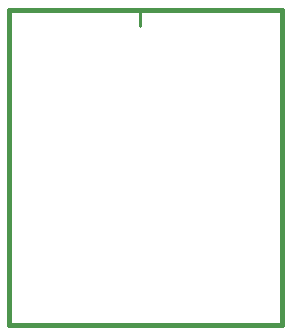
<source format=gbo>
G04 (created by PCBNEW-RS274X (2011-04-29 BZR 2986)-stable) date 6/3/2013 5:37:02 PM*
G01*
G70*
G90*
%MOIN*%
G04 Gerber Fmt 3.4, Leading zero omitted, Abs format*
%FSLAX34Y34*%
G04 APERTURE LIST*
%ADD10C,0.006000*%
%ADD11C,0.009000*%
%ADD12C,0.015000*%
%ADD13C,0.000100*%
G04 APERTURE END LIST*
G54D10*
G54D11*
X43270Y-62980D02*
X43270Y-62430D01*
G54D12*
X48020Y-72930D02*
X48020Y-62430D01*
X48020Y-62430D02*
X38920Y-62430D01*
X38920Y-62430D02*
X38920Y-72930D01*
X38920Y-72930D02*
X47920Y-72930D01*
G54D13*
G36*
X46239Y-72976D02*
X46239Y-72976D01*
X46239Y-72976D01*
X46239Y-72976D01*
X46239Y-72976D01*
X46239Y-72976D01*
X46239Y-72976D01*
X46239Y-72976D01*
X46239Y-72976D01*
X46239Y-72976D01*
X46239Y-72976D01*
X46239Y-72976D01*
X46239Y-72976D01*
X46239Y-72976D01*
X46239Y-72976D01*
X46239Y-72976D01*
X46239Y-72976D01*
X46239Y-72976D01*
X46239Y-72976D01*
X46239Y-72976D01*
X46239Y-72976D01*
X46239Y-72976D01*
X46239Y-72976D01*
X46239Y-72976D01*
X46239Y-72976D01*
X46239Y-72976D01*
X46239Y-72976D01*
X46239Y-72976D01*
X46239Y-72976D01*
X46239Y-72976D01*
X46239Y-72976D01*
X46239Y-72976D01*
X46239Y-72976D01*
X46239Y-72976D01*
X46239Y-72976D01*
X46239Y-72976D01*
X46239Y-72976D01*
X46239Y-72976D01*
X46239Y-72976D01*
X46239Y-72976D01*
X46239Y-72976D01*
X46239Y-72976D01*
X46239Y-72976D01*
X46239Y-72976D01*
X46239Y-72976D01*
X46239Y-72976D01*
X46239Y-72976D01*
X46239Y-72976D01*
X46239Y-72976D01*
X46239Y-72976D01*
X46239Y-72976D01*
X46239Y-72976D01*
X46239Y-72976D01*
X46239Y-72976D01*
X46239Y-72976D01*
X46239Y-72976D01*
X46239Y-72976D01*
X46239Y-72976D01*
X46239Y-72976D01*
X46239Y-72976D01*
X46239Y-72976D01*
X46239Y-72976D01*
X46239Y-72976D01*
X46239Y-72976D01*
X46239Y-72976D01*
X46239Y-72976D01*
X46239Y-72976D01*
X46239Y-72976D01*
X46239Y-72976D01*
X46239Y-72976D01*
X46239Y-72976D01*
X46239Y-72976D01*
X46239Y-72976D01*
X46239Y-72976D01*
X46239Y-72976D01*
X46239Y-72976D01*
X46239Y-72976D01*
X46239Y-72976D01*
X46239Y-72976D01*
X46239Y-72976D01*
X46239Y-72976D01*
X46239Y-72976D01*
X46239Y-72976D01*
X46239Y-72976D01*
X46239Y-72976D01*
X46239Y-72976D01*
X46239Y-72976D01*
X46239Y-72976D01*
X46239Y-72976D01*
X46239Y-72976D01*
X46239Y-72976D01*
X46239Y-72976D01*
X46239Y-72976D01*
X46239Y-72976D01*
X46239Y-72976D01*
X46239Y-72976D01*
X46239Y-72976D01*
X46239Y-72976D01*
X46239Y-72976D01*
X46239Y-72976D01*
X46239Y-72976D01*
X46239Y-72976D01*
X46239Y-72976D01*
X46239Y-72976D01*
X46239Y-72976D01*
X46239Y-72976D01*
X46239Y-72976D01*
X46239Y-72976D01*
X46239Y-72976D01*
X46239Y-72976D01*
X46239Y-72976D01*
X46239Y-72976D01*
X46239Y-72976D01*
X46239Y-72976D01*
X46239Y-72976D01*
X46239Y-72976D01*
X46239Y-72976D01*
X46239Y-72976D01*
X46239Y-72976D01*
X46239Y-72976D01*
X46239Y-72976D01*
X46239Y-72976D01*
X46239Y-72976D01*
X46239Y-72976D01*
X46239Y-72976D01*
X46239Y-72976D01*
X46239Y-72976D01*
X46239Y-72976D01*
X46239Y-72976D01*
X46239Y-72976D01*
X46239Y-72976D01*
X46239Y-72976D01*
X46239Y-72976D01*
X46239Y-72976D01*
X46239Y-72976D01*
X46239Y-72976D01*
X46239Y-72976D01*
X46239Y-72976D01*
X46239Y-72976D01*
X46239Y-72976D01*
X46239Y-72976D01*
X46239Y-72976D01*
X46239Y-72976D01*
X46239Y-72976D01*
X46239Y-72976D01*
X46239Y-72976D01*
X46239Y-72976D01*
X46239Y-72976D01*
X46239Y-72976D01*
X46239Y-72976D01*
X46239Y-72976D01*
X46239Y-72976D01*
X46239Y-72976D01*
X46239Y-72976D01*
X46239Y-72976D01*
X46239Y-72976D01*
X46239Y-72976D01*
X46239Y-72976D01*
X46239Y-72976D01*
X46239Y-72976D01*
X46239Y-72976D01*
X46239Y-72976D01*
X46239Y-72976D01*
X46239Y-72976D01*
X46239Y-72976D01*
X46239Y-72976D01*
X46239Y-72976D01*
X46239Y-72976D01*
X46239Y-72976D01*
X46239Y-72976D01*
X46239Y-72976D01*
X46239Y-72976D01*
X46239Y-72976D01*
X46239Y-72976D01*
X46239Y-72976D01*
X46239Y-72976D01*
X46239Y-72976D01*
X46239Y-72976D01*
X46239Y-72976D01*
X46239Y-72976D01*
X46239Y-72976D01*
X46239Y-72976D01*
X46239Y-72976D01*
X46239Y-72976D01*
X46239Y-72976D01*
X46239Y-72976D01*
X46239Y-72976D01*
X46239Y-72976D01*
X46239Y-72976D01*
X46239Y-72976D01*
X46239Y-72976D01*
X46239Y-72976D01*
X46239Y-72976D01*
X46239Y-72976D01*
X46239Y-72976D01*
X46239Y-72976D01*
X46239Y-72976D01*
X46239Y-72976D01*
X46239Y-72976D01*
X46239Y-72976D01*
X46239Y-72976D01*
X46239Y-72976D01*
X46239Y-72976D01*
X46239Y-72976D01*
X46239Y-72976D01*
X46239Y-72976D01*
X46239Y-72976D01*
X46239Y-72976D01*
X46239Y-72976D01*
X46239Y-72976D01*
X46239Y-72976D01*
X46239Y-72976D01*
X46239Y-72976D01*
X46239Y-72976D01*
X46239Y-72976D01*
X46239Y-72976D01*
X46239Y-72976D01*
X46239Y-72976D01*
X46239Y-72976D01*
X46239Y-72976D01*
X46239Y-72976D01*
X46239Y-72976D01*
X46239Y-72976D01*
X46239Y-72976D01*
X46239Y-72976D01*
X46239Y-72976D01*
X46239Y-72976D01*
X46239Y-72976D01*
X46239Y-72976D01*
X46239Y-72976D01*
X46239Y-72976D01*
X46239Y-72976D01*
X46239Y-72976D01*
X46239Y-72976D01*
X46239Y-72976D01*
X46239Y-72976D01*
X46239Y-72976D01*
X46239Y-72976D01*
X46239Y-72976D01*
X46239Y-72976D01*
X46239Y-72976D01*
X46239Y-72976D01*
X46239Y-72976D01*
X46239Y-72976D01*
X46239Y-72976D01*
X46239Y-72976D01*
X46239Y-72976D01*
X46239Y-72976D01*
X46239Y-72976D01*
X46239Y-72976D01*
X46239Y-72976D01*
G37*
G36*
X47420Y-72630D02*
X47420Y-72630D01*
X47420Y-72630D01*
X47420Y-72630D01*
X47420Y-72630D01*
X47420Y-72630D01*
X47420Y-72630D01*
X47420Y-72630D01*
X47420Y-72630D01*
X47420Y-72630D01*
X47420Y-72630D01*
X47420Y-72630D01*
X47420Y-72630D01*
X47420Y-72630D01*
X47420Y-72630D01*
X47420Y-72630D01*
X47420Y-72630D01*
X47420Y-72630D01*
X47420Y-72630D01*
X47420Y-72630D01*
X47420Y-72630D01*
X47420Y-72630D01*
G37*
G36*
X47420Y-72021D02*
X47420Y-72021D01*
X47420Y-72021D01*
X47420Y-72021D01*
X47420Y-72021D01*
X47420Y-72021D01*
X47420Y-72021D01*
X47420Y-72021D01*
X47420Y-72021D01*
X47420Y-72021D01*
X47420Y-72021D01*
X47420Y-72021D01*
X47420Y-72021D01*
X47420Y-72021D01*
X47420Y-72021D01*
X47420Y-72021D01*
X47420Y-72021D01*
X47420Y-72021D01*
X47420Y-72021D01*
X47420Y-72021D01*
X47420Y-72021D01*
X47420Y-72021D01*
G37*
G36*
X47420Y-71535D02*
X47420Y-71535D01*
X47420Y-71535D01*
X47420Y-71535D01*
X47420Y-71535D01*
X47420Y-71535D01*
X47420Y-71535D01*
X47420Y-71535D01*
X47420Y-71535D01*
X47420Y-71535D01*
X47420Y-71535D01*
X47420Y-71535D01*
X47420Y-71535D01*
X47420Y-71535D01*
X47420Y-71535D01*
X47420Y-71535D01*
X47420Y-71535D01*
X47420Y-71535D01*
X47420Y-71535D01*
X47420Y-71535D01*
X47420Y-71535D01*
X47420Y-71535D01*
X47420Y-71535D01*
X47420Y-71535D01*
X47420Y-71535D01*
X47420Y-71535D01*
X47420Y-71535D01*
X47420Y-71535D01*
X47420Y-71535D01*
X47420Y-71535D01*
G37*
G36*
X47420Y-71133D02*
X47420Y-71133D01*
X47420Y-71133D01*
X47420Y-71133D01*
X47420Y-71133D01*
X47420Y-71133D01*
X47420Y-71133D01*
X47420Y-71133D01*
X47420Y-71133D01*
X47420Y-71133D01*
X47420Y-71133D01*
X47420Y-71133D01*
X47420Y-71133D01*
X47420Y-71133D01*
X47420Y-71133D01*
X47420Y-71133D01*
X47420Y-71133D01*
X47420Y-71133D01*
X47420Y-71133D01*
X47420Y-71133D01*
X47420Y-71133D01*
X47420Y-71133D01*
X47420Y-71133D01*
X47420Y-71133D01*
X47420Y-71133D01*
X47420Y-71133D01*
X47420Y-71133D01*
X47420Y-71133D01*
X47420Y-71133D01*
G37*
G36*
X47428Y-70769D02*
X47428Y-70769D01*
X47428Y-70769D01*
X47428Y-70769D01*
X47428Y-70769D01*
X47428Y-70769D01*
X47428Y-70769D01*
X47428Y-70769D01*
X47428Y-70769D01*
X47428Y-70769D01*
X47428Y-70769D01*
X47428Y-70769D01*
X47428Y-70769D01*
X47428Y-70769D01*
X47428Y-70769D01*
X47428Y-70769D01*
X47428Y-70769D01*
X47428Y-70769D01*
X47428Y-70769D01*
X47428Y-70769D01*
X47428Y-70769D01*
X47428Y-70769D01*
X47428Y-70769D01*
X47428Y-70769D01*
X47428Y-70769D01*
X47428Y-70769D01*
X47428Y-70769D01*
X47428Y-70769D01*
X47428Y-70769D01*
X47428Y-70769D01*
X47428Y-70769D01*
X47428Y-70769D01*
X47428Y-70769D01*
X47428Y-70769D01*
X47428Y-70769D01*
X47428Y-70769D01*
G37*
G36*
X47414Y-70239D02*
X47414Y-70239D01*
X47414Y-70239D01*
X47414Y-70239D01*
X47414Y-70239D01*
X47414Y-70239D01*
X47414Y-70239D01*
X47414Y-70239D01*
X47414Y-70239D01*
X47414Y-70239D01*
X47414Y-70239D01*
X47414Y-70239D01*
X47414Y-70239D01*
X47414Y-70239D01*
X47414Y-70239D01*
X47414Y-70239D01*
X47414Y-70239D01*
X47414Y-70239D01*
X47414Y-70239D01*
X47414Y-70239D01*
X47414Y-70239D01*
X47414Y-70239D01*
X47414Y-70239D01*
X47414Y-70239D01*
X47414Y-70239D01*
G37*
G36*
X47414Y-69776D02*
X47414Y-69776D01*
X47414Y-69776D01*
X47414Y-69776D01*
X47414Y-69776D01*
X47414Y-69776D01*
X47414Y-69776D01*
X47414Y-69776D01*
X47414Y-69776D01*
X47414Y-69776D01*
X47414Y-69776D01*
X47414Y-69776D01*
X47414Y-69776D01*
X47414Y-69776D01*
X47414Y-69776D01*
X47414Y-69776D01*
X47414Y-69776D01*
X47414Y-69776D01*
X47414Y-69776D01*
X47414Y-69776D01*
X47414Y-69776D01*
X47414Y-69776D01*
X47414Y-69776D01*
G37*
G36*
X47420Y-69080D02*
X47420Y-69080D01*
X47420Y-69080D01*
X47420Y-69080D01*
X47420Y-69080D01*
X47420Y-69080D01*
X47420Y-69080D01*
X47420Y-69080D01*
X47420Y-69080D01*
X47420Y-69080D01*
X47420Y-69080D01*
X47420Y-69080D01*
X47420Y-69080D01*
X47420Y-69080D01*
X47420Y-69080D01*
G37*
G36*
X47420Y-68635D02*
X47420Y-68635D01*
X47420Y-68635D01*
X47420Y-68635D01*
X47420Y-68635D01*
X47420Y-68635D01*
X47420Y-68635D01*
X47420Y-68635D01*
X47420Y-68635D01*
X47420Y-68635D01*
X47420Y-68635D01*
X47420Y-68635D01*
X47420Y-68635D01*
X47420Y-68635D01*
X47420Y-68635D01*
X47420Y-68635D01*
X47420Y-68635D01*
X47420Y-68635D01*
X47420Y-68635D01*
X47420Y-68635D01*
X47420Y-68635D01*
X47420Y-68635D01*
X47420Y-68635D01*
X47420Y-68635D01*
X47420Y-68635D01*
X47420Y-68635D01*
X47420Y-68635D01*
X47420Y-68635D01*
X47420Y-68635D01*
X47420Y-68635D01*
G37*
G36*
X47414Y-68310D02*
X47414Y-68310D01*
X47414Y-68310D01*
X47414Y-68310D01*
X47414Y-68310D01*
X47414Y-68310D01*
X47414Y-68310D01*
X47414Y-68310D01*
X47414Y-68310D01*
X47414Y-68310D01*
X47414Y-68310D01*
X47414Y-68310D01*
X47414Y-68310D01*
X47414Y-68310D01*
X47414Y-68310D01*
X47414Y-68310D01*
X47414Y-68310D01*
X47414Y-68310D01*
X47414Y-68310D01*
X47414Y-68310D01*
X47414Y-68310D01*
X47414Y-68310D01*
X47414Y-68310D01*
G37*
G36*
X47420Y-68013D02*
X47420Y-68013D01*
X47420Y-68013D01*
X47420Y-68013D01*
X47420Y-68013D01*
X47420Y-68013D01*
X47420Y-68013D01*
X47420Y-68013D01*
X47420Y-68013D01*
X47420Y-68013D01*
X47420Y-68013D01*
X47420Y-68013D01*
X47420Y-68013D01*
X47420Y-68013D01*
G37*
G36*
X47420Y-67489D02*
X47420Y-67489D01*
X47420Y-67489D01*
X47420Y-67489D01*
X47420Y-67489D01*
X47420Y-67489D01*
X47420Y-67489D01*
X47420Y-67489D01*
X47420Y-67489D01*
X47420Y-67489D01*
X47420Y-67489D01*
X47420Y-67489D01*
X47420Y-67489D01*
X47420Y-67489D01*
X47420Y-67489D01*
X47420Y-67489D01*
X47420Y-67489D01*
X47420Y-67489D01*
X47420Y-67489D01*
X47420Y-67489D01*
X47420Y-67489D01*
X47420Y-67489D01*
G37*
G36*
X47414Y-67144D02*
X47414Y-67144D01*
X47414Y-67144D01*
X47414Y-67144D01*
X47414Y-67144D01*
X47414Y-67144D01*
X47414Y-67144D01*
X47414Y-67144D01*
X47414Y-67144D01*
X47414Y-67144D01*
X47414Y-67144D01*
X47414Y-67144D01*
X47414Y-67144D01*
X47414Y-67144D01*
X47414Y-67144D01*
X47414Y-67144D01*
X47414Y-67144D01*
X47414Y-67144D01*
X47414Y-67144D01*
X47414Y-67144D01*
X47414Y-67144D01*
X47414Y-67144D01*
X47414Y-67144D01*
G37*
G36*
X47420Y-66547D02*
X47420Y-66547D01*
X47420Y-66547D01*
X47420Y-66547D01*
X47420Y-66547D01*
X47420Y-66547D01*
X47420Y-66547D01*
X47420Y-66547D01*
X47420Y-66547D01*
X47420Y-66547D01*
X47420Y-66547D01*
X47420Y-66547D01*
X47420Y-66547D01*
X47420Y-66547D01*
X47420Y-66547D01*
X47420Y-66547D01*
X47420Y-66547D01*
X47420Y-66547D01*
X47420Y-66547D01*
X47420Y-66547D01*
X47420Y-66547D01*
X47420Y-66547D01*
X47420Y-66547D01*
X47420Y-66547D01*
X47420Y-66547D01*
G37*
G36*
X47420Y-66314D02*
X47420Y-66314D01*
X47420Y-66314D01*
X47420Y-66314D01*
X47420Y-66314D01*
X47420Y-66314D01*
X47420Y-66314D01*
X47420Y-66314D01*
X47420Y-66314D01*
X47420Y-66314D01*
X47420Y-66314D01*
X47420Y-66314D01*
X47420Y-66314D01*
X47420Y-66314D01*
X47420Y-66314D01*
X47420Y-66314D01*
X47420Y-66314D01*
X47420Y-66314D01*
X47420Y-66314D01*
X47420Y-66314D01*
G37*
G36*
X47414Y-65711D02*
X47414Y-65711D01*
X47414Y-65711D01*
X47414Y-65711D01*
X47414Y-65711D01*
X47414Y-65711D01*
X47414Y-65711D01*
X47414Y-65711D01*
X47414Y-65711D01*
X47414Y-65711D01*
X47414Y-65711D01*
X47414Y-65711D01*
X47414Y-65711D01*
X47414Y-65711D01*
X47414Y-65711D01*
X47414Y-65711D01*
X47414Y-65711D01*
X47414Y-65711D01*
X47414Y-65711D01*
X47414Y-65711D01*
X47414Y-65711D01*
X47414Y-65711D01*
X47414Y-65711D01*
G37*
G36*
X47420Y-65414D02*
X47420Y-65414D01*
X47420Y-65414D01*
X47420Y-65414D01*
X47420Y-65414D01*
X47420Y-65414D01*
X47420Y-65414D01*
X47420Y-65414D01*
X47420Y-65414D01*
X47420Y-65414D01*
X47420Y-65414D01*
X47420Y-65414D01*
X47420Y-65414D01*
X47420Y-65414D01*
G37*
G36*
X47420Y-64934D02*
X47420Y-64934D01*
X47420Y-64934D01*
X47420Y-64934D01*
X47420Y-64934D01*
X47420Y-64934D01*
X47420Y-64934D01*
X47420Y-64934D01*
X47420Y-64934D01*
X47420Y-64934D01*
X47420Y-64934D01*
X47420Y-64934D01*
X47420Y-64934D01*
X47420Y-64934D01*
X47420Y-64934D01*
X47420Y-64934D01*
X47420Y-64934D01*
X47420Y-64934D01*
X47420Y-64934D01*
X47420Y-64934D01*
X47420Y-64934D01*
X47420Y-64934D01*
X47420Y-64934D01*
X47420Y-64934D01*
X47420Y-64934D01*
X47420Y-64934D01*
X47420Y-64934D01*
X47420Y-64934D01*
X47420Y-64934D01*
X47420Y-64934D01*
X47420Y-64934D01*
X47420Y-64934D01*
X47420Y-64934D01*
X47420Y-64934D01*
X47420Y-64934D01*
X47420Y-64934D01*
G37*
G36*
X47420Y-64647D02*
X47420Y-64647D01*
X47420Y-64647D01*
X47420Y-64647D01*
X47420Y-64647D01*
X47420Y-64647D01*
X47420Y-64647D01*
X47420Y-64647D01*
X47420Y-64647D01*
X47420Y-64647D01*
X47420Y-64647D01*
X47420Y-64647D01*
X47420Y-64647D01*
X47420Y-64647D01*
X47420Y-64647D01*
X47420Y-64647D01*
X47420Y-64647D01*
X47420Y-64647D01*
X47420Y-64647D01*
X47420Y-64647D01*
G37*
G36*
X47414Y-64211D02*
X47414Y-64211D01*
X47414Y-64211D01*
X47414Y-64211D01*
X47414Y-64211D01*
X47414Y-64211D01*
X47414Y-64211D01*
X47414Y-64211D01*
X47414Y-64211D01*
X47414Y-64211D01*
X47414Y-64211D01*
X47414Y-64211D01*
X47414Y-64211D01*
X47414Y-64211D01*
X47414Y-64211D01*
X47414Y-64211D01*
X47414Y-64211D01*
X47414Y-64211D01*
X47414Y-64211D01*
X47414Y-64211D01*
X47414Y-64211D01*
X47414Y-64211D01*
X47414Y-64211D01*
G37*
G36*
X47420Y-63614D02*
X47420Y-63614D01*
X47420Y-63614D01*
X47420Y-63614D01*
X47420Y-63614D01*
X47420Y-63614D01*
X47420Y-63614D01*
X47420Y-63614D01*
X47420Y-63614D01*
X47420Y-63614D01*
X47420Y-63614D01*
X47420Y-63614D01*
X47420Y-63614D01*
X47420Y-63614D01*
X47420Y-63614D01*
X47420Y-63614D01*
X47420Y-63614D01*
X47420Y-63614D01*
X47420Y-63614D01*
X47420Y-63614D01*
X47420Y-63614D01*
X47420Y-63614D01*
X47420Y-63614D01*
X47420Y-63614D01*
X47420Y-63614D01*
G37*
G36*
X47420Y-63247D02*
X47420Y-63247D01*
X47420Y-63247D01*
X47420Y-63247D01*
X47420Y-63247D01*
X47420Y-63247D01*
X47420Y-63247D01*
X47420Y-63247D01*
X47420Y-63247D01*
X47420Y-63247D01*
X47420Y-63247D01*
X47420Y-63247D01*
X47420Y-63247D01*
X47420Y-63247D01*
X47420Y-63247D01*
G37*
G36*
X47420Y-62814D02*
X47420Y-62814D01*
X47420Y-62814D01*
X47420Y-62814D01*
X47420Y-62814D01*
X47420Y-62814D01*
X47420Y-62814D01*
X47420Y-62814D01*
X47420Y-62814D01*
X47420Y-62814D01*
X47420Y-62814D01*
X47420Y-62814D01*
X47420Y-62814D01*
X47420Y-62814D01*
X47420Y-62814D01*
X47420Y-62814D01*
X47420Y-62814D01*
X47420Y-62814D01*
X47420Y-62814D01*
X47420Y-62814D01*
X47420Y-62814D01*
X47420Y-62814D01*
X47420Y-62814D01*
X47420Y-62814D01*
X47420Y-62814D01*
G37*
G36*
X46683Y-63770D02*
X46683Y-63770D01*
X46683Y-63770D01*
X46683Y-63770D01*
X46683Y-63770D01*
X46683Y-63770D01*
X46683Y-63770D01*
X46683Y-63770D01*
X46683Y-63770D01*
X46683Y-63770D01*
X46683Y-63770D01*
X46683Y-63770D01*
X46683Y-63770D01*
X46683Y-63770D01*
X46683Y-63770D01*
X46683Y-63770D01*
X46683Y-63770D01*
X46683Y-63770D01*
X46683Y-63770D01*
X46683Y-63770D01*
X46683Y-63770D01*
X46683Y-63770D01*
X46683Y-63770D01*
X46683Y-63770D01*
X46683Y-63770D01*
X46683Y-63770D01*
X46683Y-63770D01*
X46683Y-63770D01*
X46683Y-63770D01*
X46683Y-63770D01*
X46683Y-63770D01*
X46683Y-63770D01*
X46683Y-63770D01*
X46683Y-63770D01*
X46683Y-63770D01*
X46683Y-63770D01*
X46683Y-63770D01*
X46683Y-63770D01*
X46683Y-63770D01*
X46683Y-63770D01*
X46683Y-63770D01*
X46683Y-63770D01*
X46683Y-63770D01*
X46683Y-63770D01*
X46683Y-63770D01*
X46683Y-63770D01*
X46683Y-63770D01*
X46683Y-63770D01*
X46683Y-63770D01*
X46683Y-63770D01*
X46683Y-63770D01*
X46683Y-63770D01*
X46683Y-63770D01*
X46683Y-63770D01*
X46683Y-63770D01*
X46683Y-63770D01*
X46683Y-63770D01*
X46683Y-63770D01*
X46683Y-63770D01*
X46683Y-63770D01*
X46683Y-63770D01*
X46683Y-63770D01*
X46683Y-63770D01*
X46683Y-63770D01*
X46683Y-63770D01*
X46683Y-63770D01*
X46683Y-63770D01*
X46683Y-63770D01*
X46683Y-63770D01*
X46683Y-63770D01*
X46683Y-63770D01*
X46683Y-63770D01*
X46683Y-63770D01*
X46683Y-63770D01*
X46683Y-63770D01*
X46683Y-63770D01*
X46683Y-63770D01*
X46683Y-63770D01*
X46683Y-63770D01*
X46683Y-63770D01*
G37*
G36*
X46553Y-67724D02*
X46553Y-67724D01*
X46553Y-67724D01*
X46553Y-67724D01*
X46553Y-67724D01*
X46553Y-67724D01*
X46553Y-67724D01*
X46553Y-67724D01*
X46553Y-67724D01*
X46553Y-67724D01*
X46553Y-67724D01*
X46553Y-67724D01*
X46553Y-67724D01*
X46553Y-67724D01*
X46553Y-67724D01*
X46553Y-67724D01*
X46553Y-67724D01*
X46553Y-67724D01*
X46553Y-67724D01*
X46553Y-67724D01*
X46553Y-67724D01*
X46553Y-67724D01*
X46553Y-67724D01*
X46553Y-67724D01*
X46553Y-67724D01*
X46553Y-67724D01*
X46553Y-67724D01*
X46553Y-67724D01*
X46553Y-67724D01*
X46553Y-67724D01*
X46553Y-67724D01*
X46553Y-67724D01*
X46553Y-67724D01*
X46553Y-67724D01*
X46553Y-67724D01*
X46553Y-67724D01*
X46553Y-67724D01*
X46553Y-67724D01*
X46553Y-67724D01*
X46553Y-67724D01*
X46553Y-67724D01*
X46553Y-67724D01*
X46553Y-67724D01*
X46553Y-67724D01*
X46553Y-67724D01*
X46553Y-67724D01*
G37*
G36*
X46388Y-70850D02*
X46388Y-70850D01*
X46388Y-70850D01*
X46388Y-70850D01*
X46388Y-70850D01*
X46388Y-70850D01*
X46388Y-70850D01*
X46388Y-70850D01*
X46388Y-70850D01*
X46388Y-70850D01*
X46388Y-70850D01*
X46388Y-70850D01*
X46388Y-70850D01*
X46388Y-70850D01*
X46388Y-70850D01*
X46388Y-70850D01*
X46388Y-70850D01*
X46388Y-70850D01*
X46388Y-70850D01*
X46388Y-70850D01*
X46388Y-70850D01*
X46388Y-70850D01*
X46388Y-70850D01*
X46388Y-70850D01*
X46388Y-70850D01*
X46388Y-70850D01*
X46388Y-70850D01*
X46388Y-70850D01*
X46388Y-70850D01*
X46388Y-70850D01*
X46388Y-70850D01*
X46388Y-70850D01*
X46388Y-70850D01*
X46388Y-70850D01*
X46388Y-70850D01*
X46388Y-70850D01*
X46388Y-70850D01*
X46388Y-70850D01*
X46388Y-70850D01*
X46388Y-70850D01*
X46388Y-70850D01*
X46388Y-70850D01*
X46388Y-70850D01*
X46388Y-70850D01*
X46388Y-70850D01*
X46388Y-70850D01*
X46388Y-70850D01*
X46388Y-70850D01*
X46388Y-70850D01*
X46388Y-70850D01*
X46388Y-70850D01*
X46388Y-70850D01*
X46388Y-70850D01*
X46388Y-70850D01*
X46388Y-70850D01*
X46388Y-70850D01*
X46388Y-70850D01*
X46388Y-70850D01*
X46388Y-70850D01*
X46388Y-70850D01*
X46388Y-70850D01*
X46388Y-70850D01*
X46388Y-70850D01*
G37*
G36*
X42750Y-67656D02*
X42750Y-67656D01*
X42750Y-67656D01*
X42750Y-67656D01*
X42750Y-67656D01*
X42750Y-67656D01*
X42750Y-67656D01*
X42750Y-67656D01*
X42750Y-67656D01*
X42750Y-67656D01*
X42750Y-67656D01*
X42750Y-67656D01*
X42750Y-67656D01*
X42750Y-67656D01*
X42750Y-67656D01*
X42750Y-67656D01*
X42750Y-67656D01*
X42750Y-67656D01*
X42750Y-67656D01*
X42750Y-67656D01*
X42750Y-67656D01*
X42750Y-67656D01*
X42750Y-67656D01*
X42750Y-67656D01*
X42750Y-67656D01*
X42750Y-67656D01*
X42750Y-67656D01*
X42750Y-67656D01*
X42750Y-67656D01*
X42750Y-67656D01*
G37*
G36*
X40685Y-67708D02*
X40685Y-67708D01*
X40685Y-67708D01*
X40685Y-67708D01*
X40685Y-67708D01*
X40685Y-67708D01*
X40685Y-67708D01*
X40685Y-67708D01*
X40685Y-67708D01*
X40685Y-67708D01*
X40685Y-67708D01*
X40685Y-67708D01*
G37*
G36*
X39227Y-67659D02*
X39227Y-67659D01*
X39227Y-67659D01*
X39227Y-67659D01*
X39227Y-67659D01*
X39227Y-67659D01*
X39227Y-67659D01*
X39227Y-67659D01*
X39227Y-67659D01*
X39227Y-67659D01*
X39227Y-67659D01*
G37*
M02*

</source>
